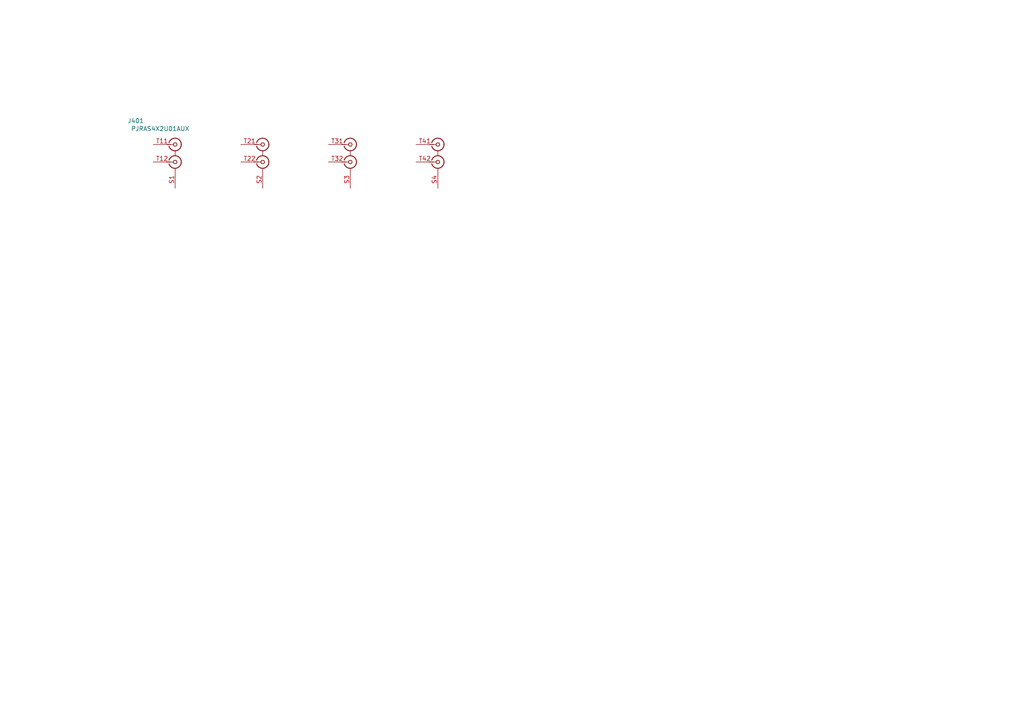
<source format=kicad_sch>
(kicad_sch (version 20250114) (generator "eeschema") (generator_version "9.0")
  (paper "A4")
  (lib_symbols
    (symbol "Pre_Amp_8CH_Symbols:PJRAS4X2U01AUX"
      (property "Reference" "J" (at 1.27 6.35 0))
      (property "Value" "PJRAS4X2U01AUX" (at 1.27 3.81 0))
      (symbol "PJRAS4X2U01AUX_0_1"
        (polyline (pts (xy 10.16 -3.81) (xy 12.192 -3.81)))
        (polyline (pts (xy 10.16 -8.89) (xy 12.192 -8.89)))
        (arc (start 10.922 -3.302) (mid 12.9221 -2.0016) (end 14.478 -3.81) (stroke (width 0.254)))
        (arc (start 14.478 -3.81) (mid 12.922 -5.6179) (end 10.922 -4.318) (stroke (width 0.254)))
        (arc (start 10.922 -8.382) (mid 12.9221 -7.0816) (end 14.478 -8.89) (stroke (width 0.254)))
        (arc (start 14.478 -8.89) (mid 12.922 -10.6979) (end 10.922 -9.398) (stroke (width 0.254)))
        (circle (center 12.7 -3.81) (radius 0.508) (stroke (width 0.2032)))
        (polyline (pts (xy 12.7 -5.588) (xy 12.7 -6.985)))
        (circle (center 12.7 -8.89) (radius 0.508) (stroke (width 0.2032)))
        (polyline (pts (xy 12.7 -11.43) (xy 12.7 -10.668)))
        (polyline (pts (xy 35.56 -3.81) (xy 37.592 -3.81)))
        (polyline (pts (xy 35.56 -8.89) (xy 37.592 -8.89)))
        (arc (start 36.322 -3.302) (mid 38.3221 -2.0016) (end 39.878 -3.81) (stroke (width 0.254)))
        (arc (start 39.878 -3.81) (mid 38.322 -5.6179) (end 36.322 -4.318) (stroke (width 0.254)))
        (arc (start 36.322 -8.382) (mid 38.3221 -7.0816) (end 39.878 -8.89) (stroke (width 0.254)))
        (arc (start 39.878 -8.89) (mid 38.322 -10.6979) (end 36.322 -9.398) (stroke (width 0.254)))
        (circle (center 38.1 -3.81) (radius 0.508) (stroke (width 0.2032)))
        (polyline (pts (xy 38.1 -5.588) (xy 38.1 -6.985)))
        (circle (center 38.1 -8.89) (radius 0.508) (stroke (width 0.2032)))
        (polyline (pts (xy 38.1 -11.43) (xy 38.1 -10.668)))
        (polyline (pts (xy 60.96 -3.81) (xy 62.992 -3.81)))
        (polyline (pts (xy 60.96 -8.89) (xy 62.992 -8.89)))
        (arc (start 61.722 -3.302) (mid 63.7221 -2.0016) (end 65.278 -3.81) (stroke (width 0.254)))
        (arc (start 65.278 -3.81) (mid 63.722 -5.6179) (end 61.722 -4.318) (stroke (width 0.254)))
        (arc (start 61.722 -8.382) (mid 63.7221 -7.0816) (end 65.278 -8.89) (stroke (width 0.254)))
        (arc (start 65.278 -8.89) (mid 63.722 -10.6979) (end 61.722 -9.398) (stroke (width 0.254)))
        (circle (center 63.5 -3.81) (radius 0.508) (stroke (width 0.2032)))
        (polyline (pts (xy 63.5 -5.588) (xy 63.5 -6.985)))
        (circle (center 63.5 -8.89) (radius 0.508) (stroke (width 0.2032)))
        (polyline (pts (xy 63.5 -11.43) (xy 63.5 -10.668)))
        (polyline (pts (xy 86.36 -3.81) (xy 88.392 -3.81)))
        (polyline (pts (xy 86.36 -8.89) (xy 88.392 -8.89)))
        (arc (start 87.122 -3.302) (mid 89.1221 -2.0016) (end 90.678 -3.81) (stroke (width 0.254)))
        (arc (start 90.678 -3.81) (mid 89.122 -5.6179) (end 87.122 -4.318) (stroke (width 0.254)))
        (arc (start 87.122 -8.382) (mid 89.1221 -7.0816) (end 90.678 -8.89) (stroke (width 0.254)))
        (arc (start 90.678 -8.89) (mid 89.122 -10.6979) (end 87.122 -9.398) (stroke (width 0.254)))
        (circle (center 88.9 -3.81) (radius 0.508) (stroke (width 0.2032)))
        (polyline (pts (xy 88.9 -5.588) (xy 88.9 -6.985)))
        (circle (center 88.9 -8.89) (radius 0.508) (stroke (width 0.2032)))
        (polyline (pts (xy 88.9 -11.43) (xy 88.9 -10.668)))
      )
      (symbol "PJRAS4X2U01AUX_1_1"
        (pin passive line (at 6.35 -3.81 0) (length 5.08) (name "") (number "T11"))
        (pin passive line (at 6.35 -8.89 0) (length 5.08) (name "") (number "T12"))
        (pin passive line (at 12.7 -16.51 90) (length 5.08) (name "") (number "S1"))
        (pin passive line (at 31.75 -3.81 0) (length 5.08) (name "") (number "T21"))
        (pin passive line (at 31.75 -8.89 0) (length 5.08) (name "") (number "T22"))
        (pin passive line (at 38.1 -16.51 90) (length 5.08) (name "") (number "S2"))
        (pin passive line (at 57.15 -3.81 0) (length 5.08) (name "") (number "T31"))
        (pin passive line (at 57.15 -8.89 0) (length 5.08) (name "") (number "T32"))
        (pin passive line (at 63.5 -16.51 90) (length 5.08) (name "") (number "S3"))
        (pin passive line (at 82.55 -3.81 0) (length 5.08) (name "") (number "T41"))
        (pin passive line (at 82.55 -8.89 0) (length 5.08) (name "") (number "T42"))
        (pin passive line (at 88.9 -16.51 90) (length 5.08) (name "") (number "S4"))
      )
    )
  )
  (symbol (lib_id "Pre_Amp_8CH_Symbols:PJRAS4X2U01AUX") (at 38.1 38.1 0) (unit 1)
    (property "Reference" "J401" (at 39.37 35.052 0))
    (property "Value" "PJRAS4X2U01AUX" (at 46.482 37.338 0))
    (property "Footprint" "Pre_Amp_8CH_Footprints:PJRAS4X2U01AUX" (effects (hide yes)))
    (property "Datasheet" "https://www.switchcraft.com/assets/1/24/pjras4x2u__x_series_cd.pdf?4683" (effects (hide yes)))
    (property "Description" "3.20mm ID, 9.00mm OD (RCA) Phono (RCA) Jack Mono Connector Solder" (effects (hide yes)))
    (property "Height" "27" (effects (hide yes)))
    (property "Mouser Part Number" "502-PJRAS4X2U01AUX" (effects (hide yes)))
    (property "Mouser Price/Stock" "https://www.mouser.co.uk/ProductDetail/Switchcraft/PJRAS4X2U01AUX?qs=mcPJWgAPNrcm869EbXbltg%3D%3D" (effects (hide yes)))
    (property "Manufacturer_Name" "Switchcraft" (effects (hide yes)))
    (property "Manufacturer_Part_Number" "PJRAS4X2U01AUX" (effects (hide yes)))
  )
)
</source>
